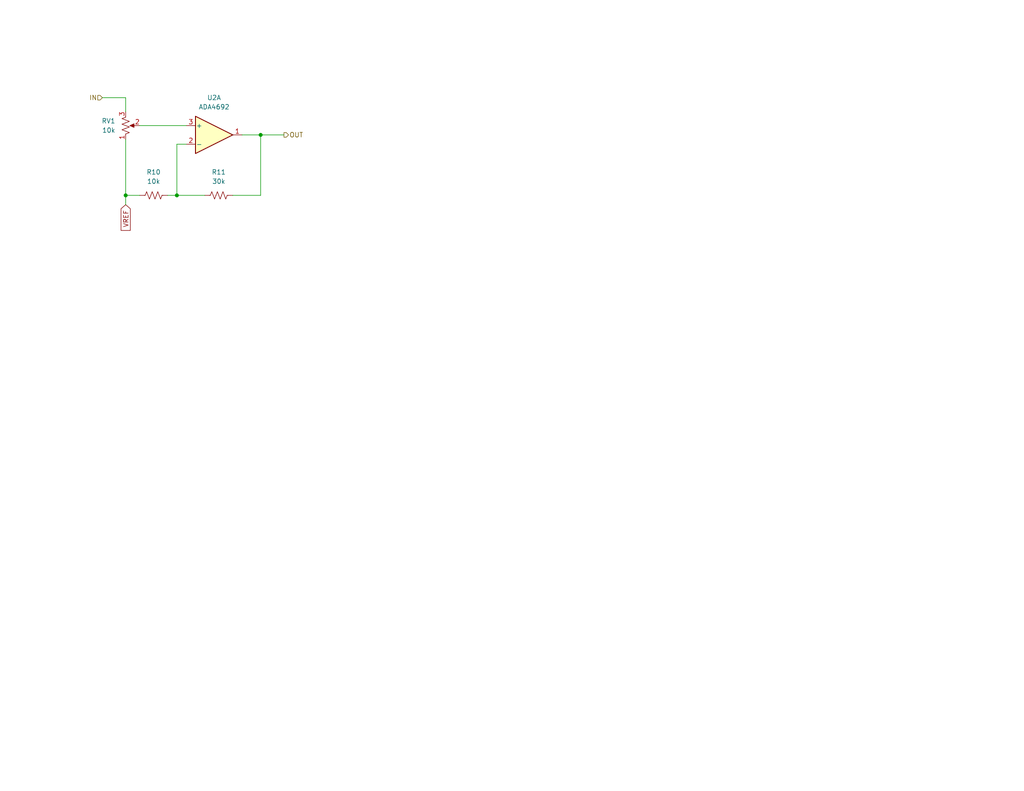
<source format=kicad_sch>
(kicad_sch (version 20250114) (generator "eeschema") (generator_version "9.0")
  (paper "USLetter")
  (title_block (title "EL223FP4L1") (date "2025-05-08") (rev "1") (company "Boles & Walker") (comment 1 "Input Gain"))
  (lib_symbols
    (symbol "Custom:ADA4692-2" (pin_names (offset 0.127))
      (property "Reference" "U" (at 2.54 6.35 0))
      (property "Value" "ADA4692-2" (at 2.54 3.81 0))
      (symbol "ADA4692-2_1_1"
        (polyline (pts (xy 5.08 0) (xy -5.08 5.08) (xy -5.08 -5.08) (xy 5.08 0)) (stroke (width 0.254)) (fill (type background)))
        (pin input line (at -7.62 2.54 0) (length 2.54) (name "+") (number "3"))
        (pin input line (at -7.62 -2.54 0) (length 2.54) (name "-") (number "2"))
        (pin output line (at 7.62 0 180) (length 2.54) (name "~") (number "1"))
      )
      (symbol "ADA4692-2_2_1"
        (polyline (pts (xy 5.08 0) (xy -5.08 5.08) (xy -5.08 -5.08) (xy 5.08 0)) (stroke (width 0.254)) (fill (type background)))
        (pin input line (at -7.62 2.54 0) (length 2.54) (name "+") (number "5"))
        (pin input line (at -7.62 -2.54 0) (length 2.54) (name "-") (number "6"))
        (pin output line (at 7.62 0 180) (length 2.54) (name "~") (number "7"))
      )
      (symbol "ADA4692-2_3_1"
        (pin power_in line (at 0 7.62 270) (length 3.81) (name "V+") (number "8"))
        (pin power_in line (at 0 -7.62 90) (length 3.81) (name "V-") (number "4"))
      )
    )
    (symbol "Device:R_Potentiometer_US" (pin_names (offset 1.016) (hide yes))
      (property "Reference" "RV" (at -4.445 0 90))
      (property "Value" "R_Potentiometer_US" (at -2.54 0 90))
      (symbol "R_Potentiometer_US_0_1"
        (polyline (pts (xy 0 2.54) (xy 0 2.286)))
        (polyline (pts (xy 0 2.286) (xy 1.016 1.905) (xy 0 1.524) (xy -1.016 1.143) (xy 0 0.762)))
        (polyline (pts (xy 0 0.762) (xy 1.016 0.381) (xy 0 0) (xy -1.016 -0.381) (xy 0 -0.762)))
        (polyline (pts (xy 0 -0.762) (xy 1.016 -1.143) (xy 0 -1.524) (xy -1.016 -1.905) (xy 0 -2.286)))
        (polyline (pts (xy 0 -2.286) (xy 0 -2.54)))
        (polyline (pts (xy 1.143 0) (xy 2.286 0.508) (xy 2.286 -0.508) (xy 1.143 0)) (fill (type outline)))
        (polyline (pts (xy 2.54 0) (xy 1.524 0)))
      )
      (symbol "R_Potentiometer_US_1_1"
        (pin passive line (at 0 3.81 270) (length 1.27) (name "1") (number "1"))
        (pin passive line (at 0 -3.81 90) (length 1.27) (name "3") (number "3"))
        (pin passive line (at 3.81 0 180) (length 1.27) (name "2") (number "2"))
      )
    )
    (symbol "Device:R_US" (pin_numbers (hide yes)) (pin_names (offset 0))
      (property "Reference" "R" (at 2.54 0 90))
      (property "Value" "R_US" (at -2.54 0 90))
      (symbol "R_US_0_1"
        (polyline (pts (xy 0 2.286) (xy 0 2.54)))
        (polyline (pts (xy 0 2.286) (xy 1.016 1.905) (xy 0 1.524) (xy -1.016 1.143) (xy 0 0.762)))
        (polyline (pts (xy 0 0.762) (xy 1.016 0.381) (xy 0 0) (xy -1.016 -0.381) (xy 0 -0.762)))
        (polyline (pts (xy 0 -0.762) (xy 1.016 -1.143) (xy 0 -1.524) (xy -1.016 -1.905) (xy 0 -2.286)))
        (polyline (pts (xy 0 -2.286) (xy 0 -2.54)))
      )
      (symbol "R_US_1_1"
        (pin passive line (at 0 3.81 270) (length 1.27) (name "~") (number "1"))
        (pin passive line (at 0 -3.81 90) (length 1.27) (name "~") (number "2"))
      )
    )
  )
  (junction (at 48.26 53.34))
  (junction (at 71.12 36.83))
  (junction (at 34.29 53.34))
  (wire (pts (xy 63.5 53.34) (xy 71.12 53.34)))
  (wire (pts (xy 38.1 34.29) (xy 50.8 34.29)))
  (wire (pts (xy 34.29 55.88) (xy 34.29 53.34)))
  (wire (pts (xy 34.29 26.67) (xy 34.29 30.48)))
  (wire (pts (xy 71.12 53.34) (xy 71.12 36.83)))
  (wire (pts (xy 48.26 39.37) (xy 50.8 39.37)))
  (wire (pts (xy 34.29 38.1) (xy 34.29 53.34)))
  (wire (pts (xy 48.26 53.34) (xy 55.88 53.34)))
  (wire (pts (xy 66.04 36.83) (xy 71.12 36.83)))
  (wire (pts (xy 27.94 26.67) (xy 34.29 26.67)))
  (wire (pts (xy 48.26 53.34) (xy 48.26 39.37)))
  (wire (pts (xy 45.72 53.34) (xy 48.26 53.34)))
  (wire (pts (xy 38.1 53.34) (xy 34.29 53.34)))
  (wire (pts (xy 71.12 36.83) (xy 77.47 36.83)))
  (global_label "VREF" (shape input) (at 34.29 55.88 270) (property "Intersheetrefs" "${INTERSHEET_REFS}" (effects (hide yes))))
  (hierarchical_label "IN" (shape input) (at 27.94 26.67 180))
  (hierarchical_label "OUT" (shape output) (at 77.47 36.83 0))
  (symbol (lib_id "Device:R_US") (at 41.91 53.34 90) (unit 1)
    (property "Reference" "R10" (at 41.91 46.99 90))
    (property "Value" "10k" (at 41.91 49.53 90))
    (property "Footprint" "Resistor_SMD:R_0805_2012Metric_Pad1.20x1.40mm_HandSolder" (effects (hide yes)))
    (property "Description" "Resistor, US symbol" (effects (hide yes)))
  )
  (symbol (lib_id "Device:R_Potentiometer_US") (at 34.29 34.29 0) (mirror x) (unit 1)
    (property "Reference" "RV1" (at 31.5036 33.0311 0) (effects (justify right)))
    (property "Value" "10k" (at 31.5036 35.5711 0) (effects (justify right)))
    (property "Footprint" "Potentiometer_THT:Potentiometer_Bourns_PTV09A-1_Single_Vertical" (effects (hide yes)))
    (property "Datasheet" "https://www.mouser.com/datasheet/2/54/ptv09-777818.pdf" (effects (hide yes)))
    (property "Description" "Potentiometer, US symbol" (effects (hide yes)))
    (property "Sim.Device" "R" (effects (hide yes)))
    (property "Sim.Type" "POT" (effects (hide yes)))
    (property "Sim.Pins" "1=r0 2=wiper 3=r1" (effects (hide yes)))
    (property "Sim.Params" "pos=0.75" (effects (hide yes)))
  )
  (symbol (lib_id "Custom:ADA4692-2") (at 58.42 36.83 0) (unit 1)
    (property "Reference" "U2" (at 58.42 26.67 0))
    (property "Value" "ADA4692" (at 58.42 29.21 0))
    (property "Footprint" "Package_SO:SOIC-8_3.9x4.9mm_P1.27mm" (effects (hide yes)))
    (property "Datasheet" "https://www.analog.com/media/en/technical-documentation/data-sheets/ADA4691-2_4691-4_4692-2_4692-4.pdf" (effects (hide yes)))
    (property "Description" "Dual Low Noise, Precision, Rail-to-Rail Output, JFET Op Amp, SOIC-8" (effects (hide yes)))
    (property "Sim.Library" "ada4692.sub" (effects (hide yes)))
    (property "Sim.Name" "ADA4692-2" (effects (hide yes)))
    (property "Sim.Device" "SUBCKT" (effects (hide yes)))
    (property "Sim.Pins" "1=AOUT 2=AIN- 3=AIN+ 4=V- 5=BIN+ 6=BIN- 7=BOUT 8=V+" (effects (hide yes)))
  )
  (symbol (lib_id "Device:R_US") (at 59.69 53.34 90) (unit 1)
    (property "Reference" "R11" (at 59.69 46.99 90))
    (property "Value" "30k" (at 59.69 49.53 90))
    (property "Footprint" "Resistor_SMD:R_0805_2012Metric_Pad1.20x1.40mm_HandSolder" (effects (hide yes)))
    (property "Description" "Resistor, US symbol" (effects (hide yes)))
  )
)
</source>
